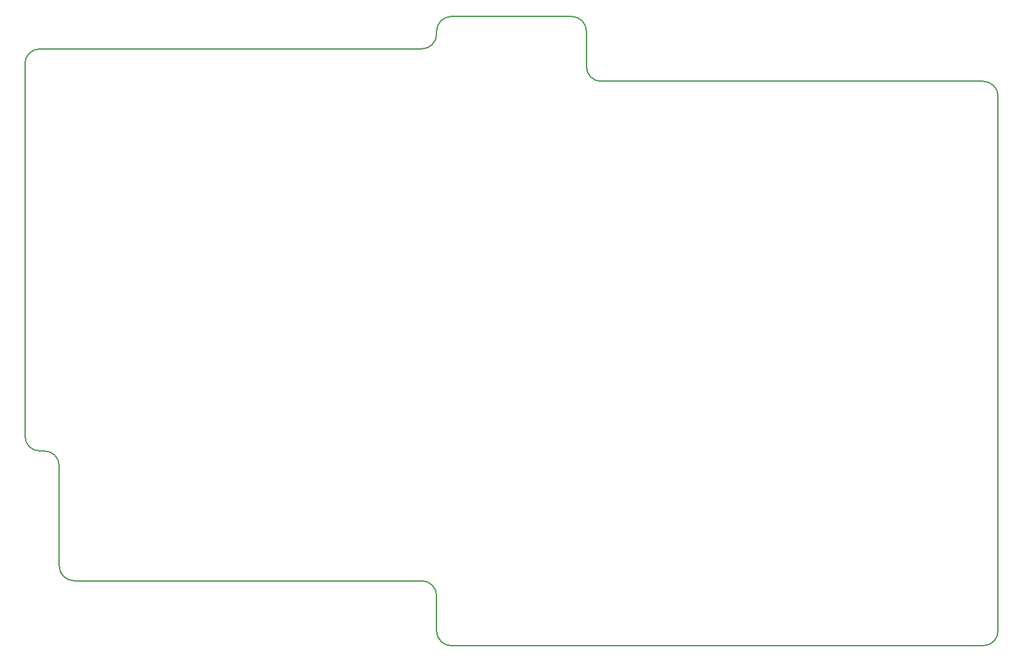
<source format=gbr>
%TF.GenerationSoftware,KiCad,Pcbnew,8.0.7*%
%TF.CreationDate,2025-01-06T08:36:51-06:00*%
%TF.ProjectId,omega_pcb_mbx_v0.3,6f6d6567-615f-4706-9362-5f6d62785f76,v1.0.0*%
%TF.SameCoordinates,Original*%
%TF.FileFunction,Profile,NP*%
%FSLAX46Y46*%
G04 Gerber Fmt 4.6, Leading zero omitted, Abs format (unit mm)*
G04 Created by KiCad (PCBNEW 8.0.7) date 2025-01-06 08:36:51*
%MOMM*%
%LPD*%
G01*
G04 APERTURE LIST*
%TA.AperFunction,Profile*%
%ADD10C,0.150000*%
%TD*%
G04 APERTURE END LIST*
D10*
X159100000Y-39775000D02*
G75*
G02*
X161100000Y-41775000I0J-2000000D01*
G01*
X31900000Y-35400000D02*
X83400000Y-35400000D01*
X159100000Y-115850000D02*
X87400000Y-115850000D01*
X161100000Y-113850000D02*
X161100000Y-41775000D01*
X83400000Y-107100000D02*
G75*
G02*
X85400000Y-109100000I0J-2000000D01*
G01*
X31900000Y-89600000D02*
G75*
G02*
X29900000Y-87600000I0J2000000D01*
G01*
X85400000Y-33400000D02*
G75*
G02*
X83400000Y-35400000I-2000000J0D01*
G01*
X87400000Y-115850000D02*
G75*
G02*
X85400000Y-113850000I0J2000000D01*
G01*
X105600000Y-33025000D02*
X105600000Y-37775000D01*
X32525000Y-89600000D02*
G75*
G02*
X34525000Y-91600000I0J-2000000D01*
G01*
X85400000Y-113850000D02*
X85400000Y-109100000D01*
X32525000Y-89600000D02*
X31900000Y-89600000D01*
X29900000Y-37400000D02*
G75*
G02*
X31900000Y-35400000I2000000J0D01*
G01*
X83400000Y-107100000D02*
X36525000Y-107100000D01*
X103600000Y-31025000D02*
G75*
G02*
X105600000Y-33025000I0J-2000000D01*
G01*
X29900000Y-87600000D02*
X29900000Y-37400000D01*
X85400000Y-33025000D02*
G75*
G02*
X87400000Y-31025000I2000000J0D01*
G01*
X85400000Y-33400000D02*
X85400000Y-33025000D01*
X107600000Y-39775000D02*
G75*
G02*
X105600000Y-37775000I0J2000000D01*
G01*
X107600000Y-39775000D02*
X159100000Y-39775000D01*
X87400000Y-31025000D02*
X103600000Y-31025000D01*
X36525000Y-107100000D02*
G75*
G02*
X34525000Y-105100000I0J2000000D01*
G01*
X161100000Y-113850000D02*
G75*
G02*
X159100000Y-115850000I-2000000J0D01*
G01*
X34525000Y-105100000D02*
X34525000Y-91600000D01*
M02*

</source>
